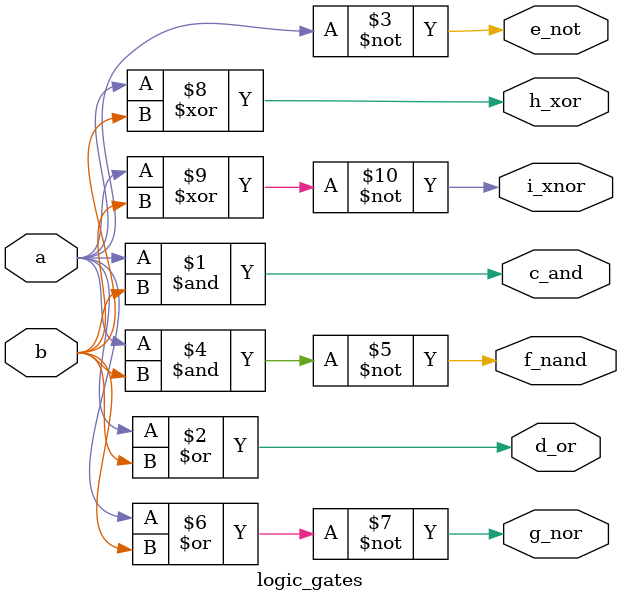
<source format=v>
module logic_gates( input a,b,
        output c_and,d_or,e_not,f_nand,g_nor,h_xor,i_xnor);
  assign c_and = a & b;
  assign d_or = a | b;
  assign e_not = ~a;
  assign f_nand = ~(a & b);
  assign g_nor = ~(a | b);
  assign h_xor = a ^ b;
  assign i_xnor = ~(a ^ b);
endmodule


</source>
